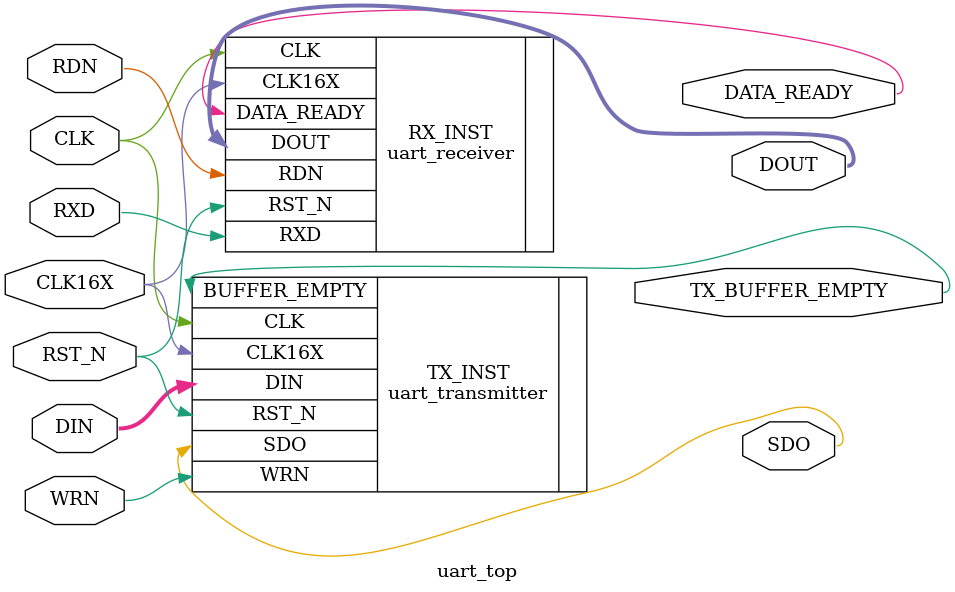
<source format=v>
/******************************************************************************
 *
 *    File Name:  uart.v
 *      Version:  1.1
 *         Date:  January 22, 2000
 *        Model:  Uart Chip
 * Dependencies:  txmit.v, rcvr.v
 *
 *      Company:  Xilinx
 *
 *
 *   Disclaimer:  THESE DESIGNS ARE PROVIDED "AS IS" WITH NO WARRANTY 
 *                WHATSOEVER AND XILINX SPECIFICALLY DISCLAIMS ANY 
 *                IMPLIED WARRANTIES OF MERCHANTABILITY, FITNESS FOR
 *                A PARTICULAR PURPOSE, OR AGAINST INFRINGEMENT.
 *
 *                Copyright (c) 2000 Xilinx, Inc.
 *                All rights reserved
 *
 ******************************************************************************/

`timescale 1ns / 100ps

module uart_top 
  (
   CLK,
   RST_N,
   DOUT,
   DATA_READY,
   RXD,
   CLK16X,
   RDN,
   DIN,
   TX_BUFFER_EMPTY,
   WRN,
   SDO
   );
   
   //--------------------------------------------------
   // IO Port Declarations                           
   //--------------------------------------------------
   input  CLK;
   input  RST_N ;
   input [7:0] DIN;
   input       CLK16X;
   input       WRN;
   input       RXD;
   input       RDN;
   output      TX_BUFFER_EMPTY;
   output      SDO;
   output [7:0] DOUT;
   output 	DATA_READY;
   
   //--------------------------------------------------
   // Receiver and Transmitter Instantiation
   //--------------------------------------------------
   
   uart_receiver RX_INST
     (
      .CLK                    (CLK),
      .RST_N                  (RST_N),
      .DOUT                   (DOUT),
      .DATA_READY             (DATA_READY),
      .RXD                    (RXD),
      .CLK16X                 (CLK16X),
      .RDN                    (RDN)
      );
   
   uart_transmitter TX_INST
     (
      .CLK                    (CLK),
      .RST_N                  (RST_N),
      .DIN                    (DIN),
      .BUFFER_EMPTY           (TX_BUFFER_EMPTY),
      .CLK16X                 (CLK16X),
      .WRN                    (WRN),
      .SDO                    (SDO)
      );
   
endmodule

</source>
